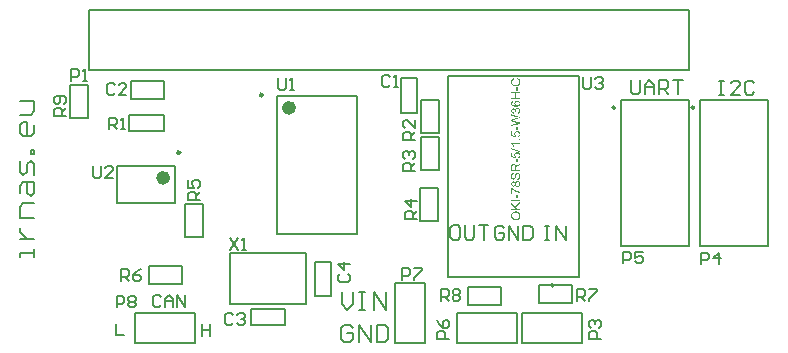
<source format=gto>
G04*
G04 #@! TF.GenerationSoftware,Altium Limited,Altium Designer,18.1.9 (240)*
G04*
G04 Layer_Color=65535*
%FSAX25Y25*%
%MOIN*%
G70*
G01*
G75*
%ADD10C,0.00984*%
%ADD11C,0.02362*%
%ADD12C,0.01000*%
%ADD13C,0.00394*%
%ADD14C,0.00787*%
%ADD15C,0.00709*%
G36*
X0565252Y0389427D02*
X0565279Y0389418D01*
X0565314Y0389405D01*
X0565353Y0389392D01*
X0565401Y0389374D01*
X0565454Y0389353D01*
X0565510Y0389326D01*
X0565633Y0389265D01*
X0565755Y0389187D01*
X0565816Y0389138D01*
X0565877Y0389090D01*
X0565930Y0389038D01*
X0565982Y0388977D01*
X0565987Y0388972D01*
X0565995Y0388964D01*
X0566004Y0388942D01*
X0566022Y0388920D01*
X0566044Y0388885D01*
X0566065Y0388850D01*
X0566087Y0388802D01*
X0566109Y0388754D01*
X0566135Y0388697D01*
X0566157Y0388636D01*
X0566179Y0388570D01*
X0566201Y0388500D01*
X0566218Y0388426D01*
X0566227Y0388348D01*
X0566236Y0388264D01*
X0566240Y0388177D01*
Y0388129D01*
X0566236Y0388094D01*
Y0388055D01*
X0566231Y0388007D01*
X0566223Y0387954D01*
X0566214Y0387893D01*
X0566192Y0387766D01*
X0566157Y0387635D01*
X0566109Y0387504D01*
X0566079Y0387443D01*
X0566044Y0387382D01*
X0566039Y0387377D01*
X0566035Y0387369D01*
X0566022Y0387351D01*
X0566004Y0387334D01*
X0565987Y0387307D01*
X0565961Y0387277D01*
X0565930Y0387242D01*
X0565895Y0387207D01*
X0565856Y0387172D01*
X0565816Y0387133D01*
X0565716Y0387054D01*
X0565598Y0386980D01*
X0565467Y0386914D01*
X0565462D01*
X0565449Y0386905D01*
X0565427Y0386901D01*
X0565401Y0386888D01*
X0565366Y0386879D01*
X0565322Y0386866D01*
X0565274Y0386849D01*
X0565222Y0386835D01*
X0565165Y0386822D01*
X0565100Y0386805D01*
X0564964Y0386783D01*
X0564811Y0386766D01*
X0564654Y0386757D01*
X0564649D01*
X0564632D01*
X0564606D01*
X0564575Y0386761D01*
X0564532D01*
X0564488Y0386766D01*
X0564431Y0386770D01*
X0564374Y0386779D01*
X0564247Y0386801D01*
X0564108Y0386831D01*
X0563968Y0386875D01*
X0563832Y0386936D01*
X0563828Y0386940D01*
X0563815Y0386945D01*
X0563797Y0386953D01*
X0563775Y0386971D01*
X0563745Y0386988D01*
X0563710Y0387010D01*
X0563631Y0387067D01*
X0563544Y0387141D01*
X0563456Y0387229D01*
X0563369Y0387329D01*
X0563295Y0387447D01*
X0563290Y0387452D01*
X0563286Y0387465D01*
X0563277Y0387482D01*
X0563264Y0387504D01*
X0563251Y0387539D01*
X0563238Y0387574D01*
X0563221Y0387618D01*
X0563203Y0387666D01*
X0563186Y0387718D01*
X0563168Y0387775D01*
X0563142Y0387897D01*
X0563120Y0388037D01*
X0563111Y0388181D01*
Y0388225D01*
X0563116Y0388256D01*
X0563120Y0388295D01*
X0563124Y0388343D01*
X0563129Y0388391D01*
X0563142Y0388448D01*
X0563168Y0388566D01*
X0563207Y0388697D01*
X0563234Y0388763D01*
X0563264Y0388824D01*
X0563304Y0388885D01*
X0563343Y0388946D01*
X0563347Y0388950D01*
X0563352Y0388959D01*
X0563365Y0388977D01*
X0563386Y0388999D01*
X0563408Y0389020D01*
X0563439Y0389051D01*
X0563474Y0389082D01*
X0563509Y0389117D01*
X0563553Y0389152D01*
X0563605Y0389187D01*
X0563658Y0389226D01*
X0563714Y0389261D01*
X0563780Y0389291D01*
X0563845Y0389326D01*
X0563915Y0389353D01*
X0563994Y0389379D01*
X0564086Y0388985D01*
X0564081D01*
X0564073Y0388981D01*
X0564055Y0388972D01*
X0564033Y0388964D01*
X0564007Y0388955D01*
X0563972Y0388942D01*
X0563902Y0388907D01*
X0563824Y0388863D01*
X0563745Y0388811D01*
X0563671Y0388745D01*
X0563605Y0388675D01*
X0563596Y0388667D01*
X0563579Y0388640D01*
X0563557Y0388597D01*
X0563526Y0388540D01*
X0563500Y0388465D01*
X0563474Y0388382D01*
X0563456Y0388282D01*
X0563452Y0388173D01*
Y0388138D01*
X0563456Y0388116D01*
Y0388085D01*
X0563461Y0388050D01*
X0563474Y0387967D01*
X0563491Y0387876D01*
X0563522Y0387779D01*
X0563566Y0387679D01*
X0563623Y0387587D01*
Y0387583D01*
X0563631Y0387578D01*
X0563653Y0387548D01*
X0563688Y0387508D01*
X0563740Y0387460D01*
X0563806Y0387403D01*
X0563880Y0387351D01*
X0563972Y0387303D01*
X0564073Y0387259D01*
X0564077D01*
X0564086Y0387255D01*
X0564099Y0387251D01*
X0564121Y0387246D01*
X0564147Y0387238D01*
X0564178Y0387229D01*
X0564252Y0387216D01*
X0564339Y0387198D01*
X0564435Y0387181D01*
X0564540Y0387172D01*
X0564654Y0387168D01*
X0564658D01*
X0564671D01*
X0564693D01*
X0564719D01*
X0564750Y0387172D01*
X0564789D01*
X0564833Y0387176D01*
X0564881Y0387181D01*
X0564986Y0387194D01*
X0565100Y0387216D01*
X0565213Y0387242D01*
X0565327Y0387277D01*
X0565331D01*
X0565340Y0387281D01*
X0565353Y0387290D01*
X0565375Y0387299D01*
X0565427Y0387325D01*
X0565488Y0387364D01*
X0565558Y0387412D01*
X0565633Y0387474D01*
X0565698Y0387543D01*
X0565760Y0387626D01*
Y0387631D01*
X0565764Y0387639D01*
X0565773Y0387653D01*
X0565781Y0387670D01*
X0565790Y0387692D01*
X0565803Y0387718D01*
X0565829Y0387779D01*
X0565856Y0387858D01*
X0565877Y0387945D01*
X0565895Y0388042D01*
X0565899Y0388142D01*
Y0388173D01*
X0565895Y0388199D01*
Y0388229D01*
X0565891Y0388260D01*
X0565873Y0388339D01*
X0565851Y0388431D01*
X0565816Y0388522D01*
X0565768Y0388618D01*
X0565742Y0388667D01*
X0565707Y0388710D01*
X0565703Y0388715D01*
X0565698Y0388719D01*
X0565685Y0388732D01*
X0565672Y0388750D01*
X0565650Y0388767D01*
X0565624Y0388789D01*
X0565598Y0388815D01*
X0565563Y0388837D01*
X0565523Y0388863D01*
X0565480Y0388894D01*
X0565436Y0388920D01*
X0565384Y0388946D01*
X0565327Y0388968D01*
X0565266Y0388990D01*
X0565200Y0389012D01*
X0565130Y0389029D01*
X0565231Y0389431D01*
X0565235D01*
X0565252Y0389427D01*
D02*
G37*
G36*
X0565279Y0385271D02*
X0564907D01*
Y0386420D01*
X0565279D01*
Y0385271D01*
D02*
G37*
G36*
X0566188Y0384397D02*
X0564763D01*
Y0382833D01*
X0566188D01*
Y0382431D01*
X0563164D01*
Y0382833D01*
X0564405D01*
Y0384397D01*
X0563164D01*
Y0384799D01*
X0566188D01*
Y0384397D01*
D02*
G37*
G36*
X0565283Y0381893D02*
X0565309D01*
X0565379Y0381880D01*
X0565462Y0381867D01*
X0565550Y0381845D01*
X0565646Y0381814D01*
X0565738Y0381771D01*
X0565742D01*
X0565746Y0381766D01*
X0565760Y0381757D01*
X0565777Y0381749D01*
X0565821Y0381723D01*
X0565877Y0381683D01*
X0565939Y0381635D01*
X0566000Y0381578D01*
X0566061Y0381508D01*
X0566113Y0381434D01*
Y0381430D01*
X0566118Y0381425D01*
X0566126Y0381412D01*
X0566131Y0381395D01*
X0566153Y0381351D01*
X0566175Y0381294D01*
X0566201Y0381220D01*
X0566218Y0381137D01*
X0566236Y0381045D01*
X0566240Y0380945D01*
Y0380923D01*
X0566236Y0380901D01*
Y0380866D01*
X0566231Y0380827D01*
X0566223Y0380783D01*
X0566210Y0380731D01*
X0566196Y0380678D01*
X0566179Y0380617D01*
X0566157Y0380556D01*
X0566131Y0380495D01*
X0566096Y0380429D01*
X0566057Y0380368D01*
X0566013Y0380307D01*
X0565961Y0380245D01*
X0565899Y0380189D01*
X0565895Y0380184D01*
X0565882Y0380176D01*
X0565864Y0380163D01*
X0565834Y0380145D01*
X0565794Y0380119D01*
X0565751Y0380097D01*
X0565694Y0380071D01*
X0565633Y0380045D01*
X0565558Y0380014D01*
X0565475Y0379988D01*
X0565384Y0379966D01*
X0565283Y0379944D01*
X0565169Y0379922D01*
X0565047Y0379909D01*
X0564916Y0379900D01*
X0564776Y0379896D01*
X0564772D01*
X0564768D01*
X0564754D01*
X0564737D01*
X0564693Y0379900D01*
X0564632D01*
X0564562Y0379905D01*
X0564479Y0379913D01*
X0564387Y0379922D01*
X0564287Y0379935D01*
X0564186Y0379953D01*
X0564077Y0379975D01*
X0563972Y0380001D01*
X0563867Y0380031D01*
X0563767Y0380071D01*
X0563671Y0380114D01*
X0563579Y0380163D01*
X0563500Y0380219D01*
X0563496Y0380224D01*
X0563487Y0380232D01*
X0563470Y0380250D01*
X0563443Y0380272D01*
X0563417Y0380298D01*
X0563391Y0380333D01*
X0563356Y0380377D01*
X0563325Y0380420D01*
X0563295Y0380473D01*
X0563260Y0380529D01*
X0563234Y0380595D01*
X0563203Y0380661D01*
X0563181Y0380735D01*
X0563164Y0380814D01*
X0563155Y0380897D01*
X0563151Y0380984D01*
Y0381019D01*
X0563155Y0381045D01*
Y0381076D01*
X0563159Y0381111D01*
X0563177Y0381194D01*
X0563199Y0381286D01*
X0563234Y0381382D01*
X0563286Y0381478D01*
X0563317Y0381526D01*
X0563352Y0381570D01*
X0563356Y0381574D01*
X0563360Y0381578D01*
X0563373Y0381591D01*
X0563386Y0381605D01*
X0563408Y0381626D01*
X0563435Y0381644D01*
X0563496Y0381692D01*
X0563575Y0381740D01*
X0563671Y0381784D01*
X0563780Y0381823D01*
X0563902Y0381849D01*
X0563933Y0381478D01*
X0563928D01*
X0563924Y0381473D01*
X0563898Y0381469D01*
X0563859Y0381456D01*
X0563810Y0381438D01*
X0563758Y0381421D01*
X0563706Y0381395D01*
X0563658Y0381364D01*
X0563618Y0381334D01*
X0563609Y0381325D01*
X0563592Y0381307D01*
X0563566Y0381277D01*
X0563535Y0381233D01*
X0563509Y0381176D01*
X0563483Y0381115D01*
X0563465Y0381041D01*
X0563456Y0380962D01*
Y0380932D01*
X0563461Y0380897D01*
X0563470Y0380857D01*
X0563483Y0380805D01*
X0563500Y0380752D01*
X0563522Y0380700D01*
X0563557Y0380647D01*
X0563561Y0380639D01*
X0563579Y0380617D01*
X0563609Y0380586D01*
X0563653Y0380547D01*
X0563706Y0380503D01*
X0563767Y0380455D01*
X0563845Y0380412D01*
X0563933Y0380368D01*
X0563937D01*
X0563946Y0380363D01*
X0563959Y0380359D01*
X0563976Y0380350D01*
X0564003Y0380346D01*
X0564033Y0380337D01*
X0564068Y0380328D01*
X0564112Y0380320D01*
X0564160Y0380307D01*
X0564213Y0380298D01*
X0564269Y0380289D01*
X0564330Y0380285D01*
X0564400Y0380276D01*
X0564470Y0380272D01*
X0564549Y0380267D01*
X0564628D01*
X0564623Y0380272D01*
X0564597Y0380289D01*
X0564562Y0380320D01*
X0564518Y0380359D01*
X0564466Y0380403D01*
X0564418Y0380460D01*
X0564370Y0380521D01*
X0564326Y0380591D01*
Y0380595D01*
X0564322Y0380599D01*
X0564309Y0380626D01*
X0564295Y0380665D01*
X0564274Y0380717D01*
X0564256Y0380779D01*
X0564243Y0380849D01*
X0564230Y0380923D01*
X0564226Y0381001D01*
Y0381036D01*
X0564230Y0381063D01*
X0564234Y0381098D01*
X0564239Y0381133D01*
X0564247Y0381176D01*
X0564260Y0381220D01*
X0564291Y0381321D01*
X0564313Y0381373D01*
X0564344Y0381425D01*
X0564374Y0381478D01*
X0564409Y0381535D01*
X0564453Y0381587D01*
X0564501Y0381635D01*
X0564505Y0381640D01*
X0564514Y0381648D01*
X0564527Y0381661D01*
X0564549Y0381675D01*
X0564580Y0381696D01*
X0564610Y0381718D01*
X0564649Y0381740D01*
X0564693Y0381766D01*
X0564741Y0381792D01*
X0564794Y0381814D01*
X0564855Y0381836D01*
X0564916Y0381858D01*
X0564982Y0381871D01*
X0565056Y0381884D01*
X0565130Y0381893D01*
X0565209Y0381897D01*
X0565213D01*
X0565222D01*
X0565235D01*
X0565257D01*
X0565283Y0381893D01*
D02*
G37*
G36*
X0565362Y0379542D02*
X0565397Y0379538D01*
X0565436Y0379529D01*
X0565480Y0379520D01*
X0565528Y0379511D01*
X0565633Y0379476D01*
X0565690Y0379450D01*
X0565742Y0379424D01*
X0565799Y0379389D01*
X0565856Y0379350D01*
X0565912Y0379306D01*
X0565965Y0379254D01*
X0565969Y0379249D01*
X0565978Y0379240D01*
X0565991Y0379223D01*
X0566009Y0379201D01*
X0566030Y0379175D01*
X0566052Y0379140D01*
X0566079Y0379101D01*
X0566100Y0379052D01*
X0566126Y0379004D01*
X0566153Y0378948D01*
X0566175Y0378891D01*
X0566196Y0378825D01*
X0566214Y0378755D01*
X0566227Y0378681D01*
X0566236Y0378607D01*
X0566240Y0378524D01*
Y0378484D01*
X0566236Y0378458D01*
X0566231Y0378423D01*
X0566227Y0378384D01*
X0566218Y0378340D01*
X0566210Y0378292D01*
X0566183Y0378187D01*
X0566140Y0378078D01*
X0566113Y0378021D01*
X0566083Y0377969D01*
X0566044Y0377916D01*
X0566004Y0377864D01*
X0566000Y0377859D01*
X0565991Y0377851D01*
X0565978Y0377838D01*
X0565961Y0377824D01*
X0565939Y0377803D01*
X0565908Y0377781D01*
X0565877Y0377755D01*
X0565838Y0377728D01*
X0565794Y0377702D01*
X0565751Y0377676D01*
X0565646Y0377628D01*
X0565523Y0377589D01*
X0565458Y0377575D01*
X0565388Y0377567D01*
X0565340Y0377938D01*
X0565344D01*
X0565353Y0377942D01*
X0565371Y0377947D01*
X0565392Y0377951D01*
X0565419Y0377956D01*
X0565449Y0377964D01*
X0565515Y0377986D01*
X0565593Y0378017D01*
X0565668Y0378056D01*
X0565738Y0378100D01*
X0565799Y0378152D01*
X0565803Y0378161D01*
X0565821Y0378179D01*
X0565842Y0378213D01*
X0565864Y0378257D01*
X0565891Y0378310D01*
X0565912Y0378375D01*
X0565930Y0378449D01*
X0565934Y0378528D01*
Y0378554D01*
X0565930Y0378572D01*
X0565926Y0378620D01*
X0565912Y0378681D01*
X0565891Y0378751D01*
X0565860Y0378825D01*
X0565816Y0378900D01*
X0565755Y0378970D01*
X0565746Y0378978D01*
X0565720Y0379000D01*
X0565681Y0379026D01*
X0565628Y0379061D01*
X0565563Y0379096D01*
X0565488Y0379122D01*
X0565401Y0379144D01*
X0565305Y0379153D01*
X0565301D01*
X0565292D01*
X0565279D01*
X0565261Y0379149D01*
X0565213Y0379144D01*
X0565156Y0379131D01*
X0565087Y0379114D01*
X0565017Y0379083D01*
X0564947Y0379039D01*
X0564881Y0378983D01*
X0564872Y0378974D01*
X0564855Y0378952D01*
X0564829Y0378917D01*
X0564798Y0378869D01*
X0564768Y0378808D01*
X0564741Y0378733D01*
X0564724Y0378650D01*
X0564715Y0378559D01*
Y0378519D01*
X0564719Y0378489D01*
X0564724Y0378449D01*
X0564733Y0378406D01*
X0564741Y0378353D01*
X0564754Y0378296D01*
X0564427Y0378340D01*
Y0378362D01*
X0564431Y0378380D01*
Y0378436D01*
X0564422Y0378484D01*
X0564413Y0378541D01*
X0564400Y0378607D01*
X0564378Y0378681D01*
X0564348Y0378751D01*
X0564309Y0378825D01*
Y0378830D01*
X0564304Y0378834D01*
X0564287Y0378856D01*
X0564256Y0378886D01*
X0564217Y0378921D01*
X0564160Y0378956D01*
X0564094Y0378987D01*
X0564020Y0379009D01*
X0563976Y0379017D01*
X0563928D01*
X0563924D01*
X0563920D01*
X0563894D01*
X0563859Y0379009D01*
X0563810Y0379000D01*
X0563758Y0378983D01*
X0563701Y0378961D01*
X0563644Y0378926D01*
X0563592Y0378878D01*
X0563588Y0378873D01*
X0563570Y0378852D01*
X0563548Y0378821D01*
X0563522Y0378782D01*
X0563500Y0378729D01*
X0563478Y0378668D01*
X0563461Y0378598D01*
X0563456Y0378519D01*
Y0378484D01*
X0563465Y0378445D01*
X0563474Y0378393D01*
X0563491Y0378336D01*
X0563513Y0378279D01*
X0563548Y0378218D01*
X0563592Y0378161D01*
X0563596Y0378157D01*
X0563618Y0378139D01*
X0563649Y0378113D01*
X0563693Y0378082D01*
X0563749Y0378052D01*
X0563819Y0378021D01*
X0563902Y0377995D01*
X0563998Y0377977D01*
X0563933Y0377606D01*
X0563928D01*
X0563915Y0377610D01*
X0563898Y0377615D01*
X0563872Y0377619D01*
X0563841Y0377628D01*
X0563806Y0377641D01*
X0563723Y0377667D01*
X0563627Y0377711D01*
X0563531Y0377763D01*
X0563439Y0377829D01*
X0563356Y0377912D01*
X0563352Y0377916D01*
X0563347Y0377925D01*
X0563339Y0377938D01*
X0563325Y0377956D01*
X0563308Y0377977D01*
X0563290Y0378008D01*
X0563273Y0378039D01*
X0563251Y0378078D01*
X0563216Y0378165D01*
X0563181Y0378266D01*
X0563159Y0378384D01*
X0563151Y0378445D01*
Y0378554D01*
X0563155Y0378602D01*
X0563164Y0378659D01*
X0563177Y0378729D01*
X0563199Y0378808D01*
X0563225Y0378886D01*
X0563260Y0378965D01*
Y0378970D01*
X0563264Y0378974D01*
X0563277Y0379000D01*
X0563304Y0379039D01*
X0563334Y0379083D01*
X0563378Y0379135D01*
X0563426Y0379188D01*
X0563483Y0379240D01*
X0563548Y0379284D01*
X0563557Y0379289D01*
X0563579Y0379302D01*
X0563618Y0379319D01*
X0563666Y0379341D01*
X0563723Y0379363D01*
X0563789Y0379380D01*
X0563863Y0379393D01*
X0563937Y0379398D01*
X0563946D01*
X0563972D01*
X0564007Y0379393D01*
X0564055Y0379385D01*
X0564112Y0379372D01*
X0564173Y0379350D01*
X0564234Y0379323D01*
X0564295Y0379289D01*
X0564304Y0379284D01*
X0564322Y0379271D01*
X0564352Y0379245D01*
X0564387Y0379210D01*
X0564427Y0379166D01*
X0564470Y0379114D01*
X0564510Y0379052D01*
X0564549Y0378978D01*
Y0378983D01*
X0564553Y0378991D01*
X0564558Y0379004D01*
X0564562Y0379022D01*
X0564580Y0379070D01*
X0564606Y0379131D01*
X0564641Y0379201D01*
X0564684Y0379271D01*
X0564741Y0379337D01*
X0564807Y0379398D01*
X0564816Y0379402D01*
X0564842Y0379420D01*
X0564886Y0379446D01*
X0564942Y0379472D01*
X0565012Y0379498D01*
X0565095Y0379524D01*
X0565191Y0379542D01*
X0565296Y0379546D01*
X0565301D01*
X0565314D01*
X0565336D01*
X0565362Y0379542D01*
D02*
G37*
G36*
X0566188Y0376509D02*
Y0376116D01*
X0563885Y0375482D01*
X0563880D01*
X0563872Y0375478D01*
X0563859Y0375473D01*
X0563837Y0375469D01*
X0563789Y0375456D01*
X0563732Y0375443D01*
X0563671Y0375425D01*
X0563614Y0375408D01*
X0563566Y0375395D01*
X0563544Y0375390D01*
X0563531Y0375386D01*
X0563535D01*
X0563540Y0375382D01*
X0563566Y0375377D01*
X0563605Y0375369D01*
X0563653Y0375356D01*
X0563706Y0375342D01*
X0563767Y0375325D01*
X0563828Y0375312D01*
X0563885Y0375294D01*
X0566188Y0374656D01*
Y0374237D01*
X0563164Y0373446D01*
Y0373861D01*
X0565148Y0374311D01*
X0565152D01*
X0565161Y0374315D01*
X0565178Y0374320D01*
X0565200Y0374324D01*
X0565231Y0374328D01*
X0565261Y0374337D01*
X0565301Y0374346D01*
X0565344Y0374355D01*
X0565436Y0374377D01*
X0565541Y0374398D01*
X0565655Y0374420D01*
X0565768Y0374442D01*
X0565764D01*
X0565746Y0374447D01*
X0565725Y0374455D01*
X0565690Y0374460D01*
X0565655Y0374468D01*
X0565611Y0374482D01*
X0565515Y0374503D01*
X0565419Y0374530D01*
X0565371Y0374538D01*
X0565327Y0374551D01*
X0565287Y0374560D01*
X0565252Y0374569D01*
X0565226Y0374578D01*
X0565209Y0374582D01*
X0563164Y0375154D01*
Y0375640D01*
X0564698Y0376068D01*
X0564702D01*
X0564724Y0376077D01*
X0564754Y0376085D01*
X0564794Y0376094D01*
X0564846Y0376107D01*
X0564903Y0376125D01*
X0564968Y0376142D01*
X0565043Y0376160D01*
X0565126Y0376181D01*
X0565209Y0376199D01*
X0565388Y0376238D01*
X0565576Y0376277D01*
X0565768Y0376308D01*
X0565764D01*
X0565755Y0376312D01*
X0565738D01*
X0565716Y0376321D01*
X0565690Y0376326D01*
X0565659Y0376334D01*
X0565620Y0376339D01*
X0565576Y0376352D01*
X0565480Y0376374D01*
X0565366Y0376400D01*
X0565244Y0376426D01*
X0565108Y0376461D01*
X0563164Y0376933D01*
Y0377339D01*
X0566188Y0376509D01*
D02*
G37*
G36*
X0565279Y0372122D02*
X0564907D01*
Y0373271D01*
X0565279D01*
Y0372122D01*
D02*
G37*
G36*
X0565235Y0371816D02*
X0565270Y0371811D01*
X0565309Y0371807D01*
X0565357Y0371798D01*
X0565406Y0371790D01*
X0565519Y0371763D01*
X0565637Y0371720D01*
X0565698Y0371693D01*
X0565755Y0371658D01*
X0565816Y0371623D01*
X0565873Y0371580D01*
X0565877Y0371575D01*
X0565891Y0371567D01*
X0565908Y0371549D01*
X0565930Y0371527D01*
X0565956Y0371497D01*
X0565991Y0371462D01*
X0566022Y0371418D01*
X0566057Y0371370D01*
X0566092Y0371318D01*
X0566122Y0371256D01*
X0566153Y0371191D01*
X0566183Y0371121D01*
X0566205Y0371047D01*
X0566223Y0370964D01*
X0566236Y0370876D01*
X0566240Y0370784D01*
Y0370745D01*
X0566236Y0370714D01*
X0566231Y0370680D01*
X0566227Y0370640D01*
X0566223Y0370592D01*
X0566210Y0370544D01*
X0566183Y0370435D01*
X0566144Y0370326D01*
X0566118Y0370269D01*
X0566087Y0370212D01*
X0566052Y0370160D01*
X0566013Y0370107D01*
X0566009Y0370103D01*
X0566004Y0370094D01*
X0565987Y0370085D01*
X0565969Y0370068D01*
X0565947Y0370046D01*
X0565921Y0370024D01*
X0565886Y0369998D01*
X0565847Y0369976D01*
X0565807Y0369950D01*
X0565760Y0369923D01*
X0565655Y0369876D01*
X0565532Y0369836D01*
X0565467Y0369823D01*
X0565397Y0369814D01*
X0565366Y0370203D01*
X0565371D01*
X0565379D01*
X0565392Y0370208D01*
X0565414Y0370212D01*
X0565462Y0370225D01*
X0565528Y0370243D01*
X0565593Y0370269D01*
X0565668Y0370304D01*
X0565733Y0370347D01*
X0565794Y0370400D01*
X0565799Y0370409D01*
X0565816Y0370426D01*
X0565838Y0370461D01*
X0565864Y0370509D01*
X0565891Y0370562D01*
X0565912Y0370627D01*
X0565930Y0370701D01*
X0565934Y0370784D01*
Y0370811D01*
X0565930Y0370828D01*
X0565926Y0370881D01*
X0565908Y0370942D01*
X0565886Y0371016D01*
X0565851Y0371090D01*
X0565799Y0371169D01*
X0565768Y0371204D01*
X0565733Y0371239D01*
X0565729Y0371243D01*
X0565725Y0371248D01*
X0565711Y0371256D01*
X0565698Y0371269D01*
X0565650Y0371300D01*
X0565589Y0371335D01*
X0565515Y0371366D01*
X0565423Y0371396D01*
X0565314Y0371418D01*
X0565257Y0371427D01*
X0565196D01*
X0565191D01*
X0565183D01*
X0565165D01*
X0565143Y0371423D01*
X0565117D01*
X0565087Y0371418D01*
X0565017Y0371405D01*
X0564933Y0371383D01*
X0564851Y0371353D01*
X0564772Y0371309D01*
X0564698Y0371248D01*
X0564693D01*
X0564689Y0371239D01*
X0564667Y0371217D01*
X0564636Y0371178D01*
X0564601Y0371125D01*
X0564571Y0371055D01*
X0564540Y0370977D01*
X0564518Y0370885D01*
X0564510Y0370832D01*
Y0370749D01*
X0564514Y0370714D01*
X0564518Y0370671D01*
X0564532Y0370618D01*
X0564545Y0370566D01*
X0564566Y0370509D01*
X0564593Y0370452D01*
X0564597Y0370448D01*
X0564606Y0370430D01*
X0564628Y0370404D01*
X0564649Y0370369D01*
X0564680Y0370334D01*
X0564719Y0370299D01*
X0564759Y0370260D01*
X0564807Y0370229D01*
X0564759Y0369880D01*
X0563203Y0370173D01*
Y0371676D01*
X0563557D01*
Y0370465D01*
X0564374Y0370304D01*
X0564370Y0370308D01*
X0564365Y0370317D01*
X0564357Y0370330D01*
X0564344Y0370352D01*
X0564330Y0370378D01*
X0564313Y0370409D01*
X0564278Y0370479D01*
X0564243Y0370566D01*
X0564213Y0370662D01*
X0564191Y0370767D01*
X0564182Y0370819D01*
Y0370916D01*
X0564186Y0370942D01*
X0564191Y0370977D01*
X0564195Y0371016D01*
X0564204Y0371060D01*
X0564217Y0371108D01*
X0564247Y0371213D01*
X0564269Y0371269D01*
X0564300Y0371326D01*
X0564330Y0371383D01*
X0564365Y0371440D01*
X0564409Y0371492D01*
X0564457Y0371545D01*
X0564462Y0371549D01*
X0564470Y0371558D01*
X0564483Y0371571D01*
X0564505Y0371588D01*
X0564536Y0371610D01*
X0564566Y0371632D01*
X0564606Y0371658D01*
X0564649Y0371685D01*
X0564698Y0371707D01*
X0564750Y0371733D01*
X0564811Y0371755D01*
X0564872Y0371776D01*
X0564938Y0371794D01*
X0565012Y0371807D01*
X0565087Y0371816D01*
X0565165Y0371820D01*
X0565169D01*
X0565183D01*
X0565204D01*
X0565235Y0371816D01*
D02*
G37*
G36*
X0566188Y0368848D02*
X0565764D01*
Y0369272D01*
X0566188D01*
Y0368848D01*
D02*
G37*
G36*
Y0367315D02*
X0563824D01*
X0563828Y0367310D01*
X0563845Y0367288D01*
X0563872Y0367262D01*
X0563902Y0367218D01*
X0563941Y0367170D01*
X0563985Y0367109D01*
X0564033Y0367039D01*
X0564081Y0366961D01*
Y0366956D01*
X0564086Y0366952D01*
X0564103Y0366926D01*
X0564125Y0366882D01*
X0564151Y0366830D01*
X0564182Y0366768D01*
X0564213Y0366703D01*
X0564243Y0366637D01*
X0564269Y0366572D01*
X0563911D01*
Y0366576D01*
X0563902Y0366585D01*
X0563898Y0366602D01*
X0563885Y0366624D01*
X0563872Y0366650D01*
X0563854Y0366681D01*
X0563810Y0366755D01*
X0563762Y0366843D01*
X0563701Y0366930D01*
X0563631Y0367022D01*
X0563557Y0367114D01*
X0563553Y0367118D01*
X0563548Y0367122D01*
X0563535Y0367136D01*
X0563522Y0367153D01*
X0563478Y0367192D01*
X0563426Y0367245D01*
X0563365Y0367297D01*
X0563295Y0367354D01*
X0563225Y0367402D01*
X0563151Y0367446D01*
Y0367686D01*
X0566188D01*
Y0367315D01*
D02*
G37*
G36*
X0566240Y0365234D02*
Y0364937D01*
X0563111Y0365816D01*
Y0366113D01*
X0566240Y0365234D01*
D02*
G37*
G36*
X0565235Y0364763D02*
X0565270Y0364758D01*
X0565309Y0364754D01*
X0565357Y0364745D01*
X0565406Y0364736D01*
X0565519Y0364710D01*
X0565637Y0364666D01*
X0565698Y0364640D01*
X0565755Y0364605D01*
X0565816Y0364570D01*
X0565873Y0364527D01*
X0565877Y0364522D01*
X0565891Y0364513D01*
X0565908Y0364496D01*
X0565930Y0364474D01*
X0565956Y0364444D01*
X0565991Y0364409D01*
X0566022Y0364365D01*
X0566057Y0364317D01*
X0566092Y0364264D01*
X0566122Y0364203D01*
X0566153Y0364138D01*
X0566183Y0364068D01*
X0566205Y0363994D01*
X0566223Y0363910D01*
X0566236Y0363823D01*
X0566240Y0363731D01*
Y0363692D01*
X0566236Y0363661D01*
X0566231Y0363626D01*
X0566227Y0363587D01*
X0566223Y0363539D01*
X0566210Y0363491D01*
X0566183Y0363382D01*
X0566144Y0363272D01*
X0566118Y0363216D01*
X0566087Y0363159D01*
X0566052Y0363106D01*
X0566013Y0363054D01*
X0566009Y0363050D01*
X0566004Y0363041D01*
X0565987Y0363032D01*
X0565969Y0363015D01*
X0565947Y0362993D01*
X0565921Y0362971D01*
X0565886Y0362945D01*
X0565847Y0362923D01*
X0565807Y0362897D01*
X0565760Y0362870D01*
X0565655Y0362822D01*
X0565532Y0362783D01*
X0565467Y0362770D01*
X0565397Y0362761D01*
X0565366Y0363150D01*
X0565371D01*
X0565379D01*
X0565392Y0363154D01*
X0565414Y0363159D01*
X0565462Y0363172D01*
X0565528Y0363189D01*
X0565593Y0363216D01*
X0565668Y0363251D01*
X0565733Y0363294D01*
X0565794Y0363347D01*
X0565799Y0363355D01*
X0565816Y0363373D01*
X0565838Y0363408D01*
X0565864Y0363456D01*
X0565891Y0363508D01*
X0565912Y0363574D01*
X0565930Y0363648D01*
X0565934Y0363731D01*
Y0363757D01*
X0565930Y0363775D01*
X0565926Y0363827D01*
X0565908Y0363889D01*
X0565886Y0363963D01*
X0565851Y0364037D01*
X0565799Y0364116D01*
X0565768Y0364151D01*
X0565733Y0364186D01*
X0565729Y0364190D01*
X0565725Y0364194D01*
X0565711Y0364203D01*
X0565698Y0364216D01*
X0565650Y0364247D01*
X0565589Y0364282D01*
X0565515Y0364313D01*
X0565423Y0364343D01*
X0565314Y0364365D01*
X0565257Y0364374D01*
X0565196D01*
X0565191D01*
X0565183D01*
X0565165D01*
X0565143Y0364369D01*
X0565117D01*
X0565087Y0364365D01*
X0565017Y0364352D01*
X0564933Y0364330D01*
X0564851Y0364299D01*
X0564772Y0364256D01*
X0564698Y0364194D01*
X0564693D01*
X0564689Y0364186D01*
X0564667Y0364164D01*
X0564636Y0364125D01*
X0564601Y0364072D01*
X0564571Y0364002D01*
X0564540Y0363924D01*
X0564518Y0363832D01*
X0564510Y0363779D01*
Y0363696D01*
X0564514Y0363661D01*
X0564518Y0363618D01*
X0564532Y0363565D01*
X0564545Y0363513D01*
X0564566Y0363456D01*
X0564593Y0363399D01*
X0564597Y0363395D01*
X0564606Y0363377D01*
X0564628Y0363351D01*
X0564649Y0363316D01*
X0564680Y0363281D01*
X0564719Y0363246D01*
X0564759Y0363207D01*
X0564807Y0363176D01*
X0564759Y0362827D01*
X0563203Y0363120D01*
Y0364623D01*
X0563557D01*
Y0363412D01*
X0564374Y0363251D01*
X0564370Y0363255D01*
X0564365Y0363264D01*
X0564357Y0363277D01*
X0564344Y0363299D01*
X0564330Y0363325D01*
X0564313Y0363355D01*
X0564278Y0363425D01*
X0564243Y0363513D01*
X0564213Y0363609D01*
X0564191Y0363714D01*
X0564182Y0363766D01*
Y0363862D01*
X0564186Y0363889D01*
X0564191Y0363924D01*
X0564195Y0363963D01*
X0564204Y0364007D01*
X0564217Y0364055D01*
X0564247Y0364159D01*
X0564269Y0364216D01*
X0564300Y0364273D01*
X0564330Y0364330D01*
X0564365Y0364387D01*
X0564409Y0364439D01*
X0564457Y0364492D01*
X0564462Y0364496D01*
X0564470Y0364505D01*
X0564483Y0364518D01*
X0564505Y0364535D01*
X0564536Y0364557D01*
X0564566Y0364579D01*
X0564606Y0364605D01*
X0564649Y0364632D01*
X0564698Y0364653D01*
X0564750Y0364680D01*
X0564811Y0364701D01*
X0564872Y0364723D01*
X0564938Y0364741D01*
X0565012Y0364754D01*
X0565087Y0364763D01*
X0565165Y0364767D01*
X0565169D01*
X0565183D01*
X0565204D01*
X0565235Y0364763D01*
D02*
G37*
G36*
X0565279Y0361310D02*
X0564907D01*
Y0362460D01*
X0565279D01*
Y0361310D01*
D02*
G37*
G36*
X0566188Y0360620D02*
X0565558Y0360222D01*
X0565554D01*
X0565545Y0360213D01*
X0565532Y0360205D01*
X0565515Y0360192D01*
X0565467Y0360161D01*
X0565406Y0360122D01*
X0565340Y0360074D01*
X0565270Y0360026D01*
X0565204Y0359977D01*
X0565143Y0359934D01*
X0565139Y0359929D01*
X0565121Y0359916D01*
X0565095Y0359894D01*
X0565065Y0359864D01*
X0564999Y0359798D01*
X0564968Y0359763D01*
X0564942Y0359728D01*
X0564938Y0359724D01*
X0564933Y0359715D01*
X0564925Y0359698D01*
X0564912Y0359671D01*
X0564899Y0359645D01*
X0564886Y0359615D01*
X0564864Y0359545D01*
Y0359540D01*
X0564859Y0359532D01*
Y0359514D01*
X0564855Y0359492D01*
X0564851Y0359462D01*
Y0359427D01*
X0564846Y0359379D01*
Y0358863D01*
X0566188D01*
Y0358461D01*
X0563164D01*
Y0359864D01*
X0563168Y0359899D01*
Y0359938D01*
X0563172Y0360030D01*
X0563186Y0360126D01*
X0563199Y0360231D01*
X0563221Y0360327D01*
X0563234Y0360375D01*
X0563247Y0360414D01*
Y0360419D01*
X0563251Y0360423D01*
X0563264Y0360449D01*
X0563282Y0360489D01*
X0563312Y0360537D01*
X0563352Y0360589D01*
X0563404Y0360646D01*
X0563465Y0360699D01*
X0563535Y0360751D01*
X0563540D01*
X0563544Y0360755D01*
X0563570Y0360773D01*
X0563614Y0360790D01*
X0563671Y0360817D01*
X0563736Y0360838D01*
X0563815Y0360860D01*
X0563898Y0360873D01*
X0563990Y0360878D01*
X0563994D01*
X0564003D01*
X0564020D01*
X0564042Y0360873D01*
X0564073D01*
X0564103Y0360869D01*
X0564178Y0360851D01*
X0564265Y0360825D01*
X0564357Y0360790D01*
X0564448Y0360738D01*
X0564492Y0360703D01*
X0564536Y0360668D01*
X0564540Y0360664D01*
X0564545Y0360659D01*
X0564558Y0360646D01*
X0564571Y0360629D01*
X0564588Y0360607D01*
X0564606Y0360580D01*
X0564628Y0360545D01*
X0564654Y0360511D01*
X0564676Y0360467D01*
X0564698Y0360419D01*
X0564724Y0360366D01*
X0564746Y0360310D01*
X0564763Y0360244D01*
X0564785Y0360178D01*
X0564798Y0360104D01*
X0564811Y0360026D01*
X0564816Y0360034D01*
X0564824Y0360052D01*
X0564842Y0360078D01*
X0564859Y0360113D01*
X0564907Y0360192D01*
X0564938Y0360231D01*
X0564964Y0360266D01*
X0564973Y0360275D01*
X0564995Y0360296D01*
X0565030Y0360331D01*
X0565073Y0360375D01*
X0565135Y0360423D01*
X0565200Y0360480D01*
X0565279Y0360537D01*
X0565366Y0360598D01*
X0566188Y0361118D01*
Y0360620D01*
D02*
G37*
G36*
X0565427Y0357897D02*
X0565488Y0357889D01*
X0565558Y0357871D01*
X0565633Y0357849D01*
X0565711Y0357814D01*
X0565794Y0357766D01*
X0565799D01*
X0565803Y0357762D01*
X0565829Y0357740D01*
X0565869Y0357709D01*
X0565912Y0357666D01*
X0565965Y0357609D01*
X0566022Y0357539D01*
X0566074Y0357460D01*
X0566122Y0357368D01*
Y0357364D01*
X0566126Y0357355D01*
X0566131Y0357342D01*
X0566140Y0357325D01*
X0566148Y0357299D01*
X0566161Y0357268D01*
X0566179Y0357198D01*
X0566201Y0357115D01*
X0566223Y0357015D01*
X0566236Y0356905D01*
X0566240Y0356787D01*
Y0356717D01*
X0566236Y0356682D01*
Y0356643D01*
X0566231Y0356599D01*
X0566227Y0356547D01*
X0566210Y0356438D01*
X0566192Y0356324D01*
X0566161Y0356210D01*
X0566122Y0356101D01*
Y0356097D01*
X0566118Y0356088D01*
X0566109Y0356075D01*
X0566100Y0356058D01*
X0566074Y0356005D01*
X0566035Y0355944D01*
X0565982Y0355874D01*
X0565921Y0355800D01*
X0565847Y0355730D01*
X0565764Y0355664D01*
X0565760D01*
X0565751Y0355656D01*
X0565738Y0355651D01*
X0565720Y0355638D01*
X0565698Y0355629D01*
X0565672Y0355616D01*
X0565606Y0355586D01*
X0565523Y0355555D01*
X0565432Y0355529D01*
X0565327Y0355511D01*
X0565218Y0355503D01*
X0565183Y0355878D01*
X0565187D01*
X0565191D01*
X0565204Y0355883D01*
X0565222D01*
X0565261Y0355891D01*
X0565318Y0355905D01*
X0565375Y0355922D01*
X0565440Y0355940D01*
X0565502Y0355970D01*
X0565558Y0356001D01*
X0565563Y0356005D01*
X0565580Y0356018D01*
X0565611Y0356040D01*
X0565641Y0356075D01*
X0565681Y0356119D01*
X0565720Y0356167D01*
X0565760Y0356232D01*
X0565794Y0356302D01*
Y0356307D01*
X0565799Y0356311D01*
X0565803Y0356324D01*
X0565807Y0356337D01*
X0565821Y0356381D01*
X0565838Y0356438D01*
X0565856Y0356508D01*
X0565869Y0356586D01*
X0565877Y0356674D01*
X0565882Y0356770D01*
Y0356809D01*
X0565877Y0356853D01*
X0565873Y0356905D01*
X0565864Y0356966D01*
X0565856Y0357036D01*
X0565838Y0357106D01*
X0565816Y0357172D01*
X0565812Y0357181D01*
X0565803Y0357203D01*
X0565786Y0357233D01*
X0565768Y0357272D01*
X0565738Y0357312D01*
X0565707Y0357355D01*
X0565672Y0357399D01*
X0565628Y0357434D01*
X0565624Y0357438D01*
X0565606Y0357447D01*
X0565585Y0357460D01*
X0565550Y0357478D01*
X0565515Y0357495D01*
X0565471Y0357508D01*
X0565423Y0357517D01*
X0565371Y0357522D01*
X0565366D01*
X0565344D01*
X0565318Y0357517D01*
X0565283Y0357513D01*
X0565248Y0357500D01*
X0565204Y0357487D01*
X0565161Y0357465D01*
X0565121Y0357434D01*
X0565117Y0357430D01*
X0565104Y0357417D01*
X0565087Y0357399D01*
X0565060Y0357368D01*
X0565034Y0357334D01*
X0565003Y0357285D01*
X0564973Y0357229D01*
X0564947Y0357163D01*
X0564942Y0357159D01*
X0564938Y0357137D01*
X0564925Y0357102D01*
X0564920Y0357080D01*
X0564912Y0357049D01*
X0564899Y0357019D01*
X0564890Y0356980D01*
X0564877Y0356936D01*
X0564864Y0356884D01*
X0564851Y0356831D01*
X0564833Y0356770D01*
X0564816Y0356700D01*
X0564798Y0356626D01*
Y0356621D01*
X0564794Y0356608D01*
X0564789Y0356586D01*
X0564781Y0356560D01*
X0564772Y0356525D01*
X0564763Y0356486D01*
X0564737Y0356398D01*
X0564706Y0356302D01*
X0564676Y0356202D01*
X0564645Y0356114D01*
X0564628Y0356075D01*
X0564610Y0356040D01*
Y0356036D01*
X0564606Y0356031D01*
X0564588Y0356005D01*
X0564566Y0355966D01*
X0564532Y0355922D01*
X0564492Y0355870D01*
X0564444Y0355817D01*
X0564387Y0355765D01*
X0564326Y0355721D01*
X0564317Y0355717D01*
X0564295Y0355704D01*
X0564260Y0355686D01*
X0564217Y0355669D01*
X0564160Y0355651D01*
X0564094Y0355634D01*
X0564025Y0355621D01*
X0563950Y0355616D01*
X0563946D01*
X0563941D01*
X0563928D01*
X0563911D01*
X0563867Y0355625D01*
X0563810Y0355634D01*
X0563745Y0355647D01*
X0563671Y0355669D01*
X0563596Y0355699D01*
X0563522Y0355743D01*
X0563518D01*
X0563513Y0355747D01*
X0563487Y0355769D01*
X0563452Y0355800D01*
X0563408Y0355839D01*
X0563360Y0355891D01*
X0563308Y0355957D01*
X0563260Y0356036D01*
X0563216Y0356123D01*
Y0356128D01*
X0563212Y0356136D01*
X0563207Y0356149D01*
X0563199Y0356167D01*
X0563190Y0356189D01*
X0563181Y0356219D01*
X0563164Y0356285D01*
X0563146Y0356368D01*
X0563129Y0356464D01*
X0563116Y0356564D01*
X0563111Y0356678D01*
Y0356735D01*
X0563116Y0356766D01*
Y0356796D01*
X0563124Y0356879D01*
X0563137Y0356971D01*
X0563159Y0357067D01*
X0563186Y0357172D01*
X0563221Y0357268D01*
Y0357272D01*
X0563225Y0357281D01*
X0563234Y0357294D01*
X0563242Y0357312D01*
X0563264Y0357355D01*
X0563304Y0357412D01*
X0563347Y0357478D01*
X0563404Y0357543D01*
X0563470Y0357605D01*
X0563544Y0357661D01*
X0563548D01*
X0563553Y0357666D01*
X0563566Y0357674D01*
X0563579Y0357683D01*
X0563623Y0357705D01*
X0563679Y0357731D01*
X0563749Y0357762D01*
X0563832Y0357784D01*
X0563920Y0357805D01*
X0564016Y0357814D01*
X0564046Y0357430D01*
X0564042D01*
X0564033D01*
X0564020Y0357425D01*
X0563998Y0357421D01*
X0563950Y0357408D01*
X0563885Y0357390D01*
X0563815Y0357364D01*
X0563745Y0357325D01*
X0563679Y0357277D01*
X0563618Y0357216D01*
X0563614Y0357207D01*
X0563596Y0357185D01*
X0563570Y0357141D01*
X0563544Y0357084D01*
X0563518Y0357010D01*
X0563491Y0356923D01*
X0563474Y0356814D01*
X0563470Y0356691D01*
Y0356630D01*
X0563474Y0356604D01*
X0563478Y0356569D01*
X0563487Y0356490D01*
X0563505Y0356403D01*
X0563526Y0356315D01*
X0563561Y0356232D01*
X0563583Y0356197D01*
X0563605Y0356162D01*
X0563609Y0356154D01*
X0563627Y0356136D01*
X0563658Y0356110D01*
X0563693Y0356084D01*
X0563740Y0356053D01*
X0563793Y0356027D01*
X0563854Y0356010D01*
X0563924Y0356001D01*
X0563933D01*
X0563950D01*
X0563981Y0356005D01*
X0564016Y0356014D01*
X0564059Y0356027D01*
X0564103Y0356049D01*
X0564147Y0356075D01*
X0564191Y0356114D01*
X0564195Y0356119D01*
X0564208Y0356141D01*
X0564221Y0356158D01*
X0564230Y0356175D01*
X0564243Y0356202D01*
X0564260Y0356232D01*
X0564274Y0356272D01*
X0564291Y0356315D01*
X0564309Y0356363D01*
X0564330Y0356420D01*
X0564348Y0356481D01*
X0564370Y0356551D01*
X0564387Y0356630D01*
X0564409Y0356717D01*
Y0356722D01*
X0564413Y0356739D01*
X0564418Y0356766D01*
X0564427Y0356796D01*
X0564435Y0356835D01*
X0564448Y0356884D01*
X0564462Y0356931D01*
X0564475Y0356984D01*
X0564505Y0357098D01*
X0564536Y0357207D01*
X0564553Y0357259D01*
X0564571Y0357307D01*
X0564584Y0357351D01*
X0564601Y0357386D01*
Y0357390D01*
X0564606Y0357399D01*
X0564614Y0357412D01*
X0564623Y0357430D01*
X0564649Y0357478D01*
X0564684Y0357535D01*
X0564733Y0357600D01*
X0564785Y0357666D01*
X0564846Y0357727D01*
X0564912Y0357779D01*
X0564920Y0357784D01*
X0564942Y0357801D01*
X0564982Y0357819D01*
X0565034Y0357845D01*
X0565095Y0357867D01*
X0565169Y0357889D01*
X0565252Y0357902D01*
X0565340Y0357906D01*
X0565344D01*
X0565349D01*
X0565362D01*
X0565379D01*
X0565427Y0357897D01*
D02*
G37*
G36*
X0565392Y0355118D02*
X0565423Y0355114D01*
X0565462Y0355109D01*
X0565506Y0355100D01*
X0565554Y0355087D01*
X0565655Y0355057D01*
X0565711Y0355035D01*
X0565764Y0355004D01*
X0565821Y0354974D01*
X0565873Y0354939D01*
X0565926Y0354895D01*
X0565978Y0354847D01*
X0565982Y0354843D01*
X0565991Y0354834D01*
X0566004Y0354821D01*
X0566017Y0354799D01*
X0566039Y0354768D01*
X0566061Y0354738D01*
X0566083Y0354698D01*
X0566109Y0354655D01*
X0566135Y0354607D01*
X0566157Y0354550D01*
X0566179Y0354489D01*
X0566201Y0354428D01*
X0566214Y0354358D01*
X0566227Y0354283D01*
X0566236Y0354209D01*
X0566240Y0354126D01*
Y0354082D01*
X0566236Y0354052D01*
X0566231Y0354012D01*
X0566227Y0353969D01*
X0566218Y0353921D01*
X0566205Y0353868D01*
X0566175Y0353750D01*
X0566153Y0353689D01*
X0566131Y0353632D01*
X0566100Y0353571D01*
X0566065Y0353510D01*
X0566026Y0353453D01*
X0565978Y0353401D01*
X0565974Y0353396D01*
X0565965Y0353387D01*
X0565952Y0353374D01*
X0565930Y0353357D01*
X0565904Y0353339D01*
X0565873Y0353313D01*
X0565838Y0353291D01*
X0565794Y0353265D01*
X0565751Y0353239D01*
X0565698Y0353217D01*
X0565589Y0353173D01*
X0565523Y0353156D01*
X0565458Y0353143D01*
X0565388Y0353134D01*
X0565318Y0353130D01*
X0565314D01*
X0565305D01*
X0565287D01*
X0565270Y0353134D01*
X0565244D01*
X0565213Y0353138D01*
X0565143Y0353147D01*
X0565065Y0353165D01*
X0564986Y0353191D01*
X0564903Y0353230D01*
X0564824Y0353278D01*
X0564820D01*
X0564816Y0353287D01*
X0564794Y0353304D01*
X0564759Y0353339D01*
X0564715Y0353387D01*
X0564671Y0353449D01*
X0564623Y0353523D01*
X0564584Y0353606D01*
X0564553Y0353707D01*
Y0353702D01*
X0564549Y0353698D01*
X0564545Y0353685D01*
X0564536Y0353667D01*
X0564518Y0353628D01*
X0564492Y0353575D01*
X0564457Y0353519D01*
X0564413Y0353462D01*
X0564365Y0353409D01*
X0564313Y0353361D01*
X0564304Y0353357D01*
X0564287Y0353344D01*
X0564252Y0353326D01*
X0564208Y0353309D01*
X0564151Y0353287D01*
X0564086Y0353270D01*
X0564011Y0353256D01*
X0563933Y0353252D01*
X0563928D01*
X0563920D01*
X0563902D01*
X0563876Y0353256D01*
X0563850Y0353261D01*
X0563815Y0353265D01*
X0563740Y0353283D01*
X0563653Y0353309D01*
X0563561Y0353352D01*
X0563513Y0353379D01*
X0563465Y0353409D01*
X0563421Y0353449D01*
X0563378Y0353488D01*
X0563373Y0353492D01*
X0563369Y0353501D01*
X0563356Y0353514D01*
X0563343Y0353532D01*
X0563325Y0353554D01*
X0563308Y0353584D01*
X0563286Y0353619D01*
X0563264Y0353654D01*
X0563242Y0353698D01*
X0563221Y0353746D01*
X0563203Y0353798D01*
X0563186Y0353855D01*
X0563159Y0353977D01*
X0563155Y0354047D01*
X0563151Y0354117D01*
Y0354157D01*
X0563155Y0354183D01*
X0563159Y0354218D01*
X0563164Y0354257D01*
X0563168Y0354301D01*
X0563181Y0354345D01*
X0563207Y0354449D01*
X0563247Y0354554D01*
X0563273Y0354607D01*
X0563304Y0354659D01*
X0563343Y0354707D01*
X0563382Y0354755D01*
X0563386Y0354760D01*
X0563391Y0354764D01*
X0563404Y0354777D01*
X0563421Y0354795D01*
X0563448Y0354812D01*
X0563474Y0354834D01*
X0563540Y0354878D01*
X0563623Y0354921D01*
X0563719Y0354961D01*
X0563828Y0354991D01*
X0563885Y0354996D01*
X0563946Y0355000D01*
X0563950D01*
X0563955D01*
X0563981D01*
X0564020Y0354996D01*
X0564068Y0354987D01*
X0564129Y0354974D01*
X0564191Y0354952D01*
X0564252Y0354926D01*
X0564313Y0354886D01*
X0564322Y0354882D01*
X0564339Y0354865D01*
X0564365Y0354838D01*
X0564400Y0354803D01*
X0564440Y0354755D01*
X0564479Y0354698D01*
X0564518Y0354633D01*
X0564553Y0354554D01*
Y0354559D01*
X0564558Y0354567D01*
X0564562Y0354580D01*
X0564571Y0354598D01*
X0564593Y0354650D01*
X0564623Y0354712D01*
X0564667Y0354777D01*
X0564715Y0354847D01*
X0564776Y0354913D01*
X0564846Y0354974D01*
X0564851D01*
X0564855Y0354978D01*
X0564881Y0354996D01*
X0564925Y0355022D01*
X0564982Y0355048D01*
X0565052Y0355074D01*
X0565135Y0355100D01*
X0565226Y0355118D01*
X0565327Y0355122D01*
X0565331D01*
X0565344D01*
X0565366D01*
X0565392Y0355118D01*
D02*
G37*
G36*
X0563500Y0352763D02*
X0563509Y0352754D01*
X0563526Y0352736D01*
X0563553Y0352719D01*
X0563583Y0352693D01*
X0563618Y0352658D01*
X0563662Y0352623D01*
X0563714Y0352583D01*
X0563767Y0352544D01*
X0563828Y0352496D01*
X0563898Y0352448D01*
X0563968Y0352400D01*
X0564046Y0352347D01*
X0564129Y0352295D01*
X0564221Y0352242D01*
X0564313Y0352190D01*
X0564317Y0352186D01*
X0564335Y0352177D01*
X0564361Y0352164D01*
X0564400Y0352142D01*
X0564448Y0352120D01*
X0564501Y0352094D01*
X0564562Y0352063D01*
X0564632Y0352033D01*
X0564711Y0351998D01*
X0564789Y0351958D01*
X0564877Y0351923D01*
X0564968Y0351889D01*
X0565156Y0351819D01*
X0565357Y0351753D01*
X0565362D01*
X0565375Y0351749D01*
X0565397Y0351744D01*
X0565423Y0351736D01*
X0565458Y0351727D01*
X0565502Y0351718D01*
X0565550Y0351705D01*
X0565602Y0351696D01*
X0565663Y0351683D01*
X0565729Y0351670D01*
X0565869Y0351648D01*
X0566022Y0351626D01*
X0566188Y0351613D01*
Y0351233D01*
X0566183D01*
X0566170D01*
X0566153D01*
X0566126Y0351237D01*
X0566092D01*
X0566048Y0351242D01*
X0566000Y0351246D01*
X0565947Y0351251D01*
X0565886Y0351259D01*
X0565825Y0351268D01*
X0565751Y0351281D01*
X0565676Y0351294D01*
X0565598Y0351307D01*
X0565510Y0351325D01*
X0565331Y0351368D01*
X0565327D01*
X0565309Y0351373D01*
X0565283Y0351382D01*
X0565244Y0351395D01*
X0565200Y0351408D01*
X0565148Y0351425D01*
X0565087Y0351443D01*
X0565021Y0351469D01*
X0564947Y0351495D01*
X0564872Y0351521D01*
X0564706Y0351587D01*
X0564532Y0351666D01*
X0564357Y0351753D01*
X0564352Y0351758D01*
X0564335Y0351766D01*
X0564313Y0351779D01*
X0564278Y0351797D01*
X0564239Y0351819D01*
X0564191Y0351849D01*
X0564138Y0351880D01*
X0564081Y0351915D01*
X0563955Y0351998D01*
X0563824Y0352085D01*
X0563688Y0352186D01*
X0563561Y0352291D01*
Y0350809D01*
X0563203D01*
Y0352767D01*
X0563496D01*
X0563500Y0352763D01*
D02*
G37*
G36*
X0565279Y0349332D02*
X0564907D01*
Y0350481D01*
X0565279D01*
Y0349332D01*
D02*
G37*
G36*
X0566188Y0348419D02*
X0563164D01*
Y0348821D01*
X0566188D01*
Y0348419D01*
D02*
G37*
G36*
Y0347488D02*
X0564663Y0346413D01*
X0565139Y0345919D01*
X0566188D01*
Y0345517D01*
X0563164D01*
Y0345919D01*
X0564667D01*
X0563164Y0347414D01*
Y0347960D01*
X0564392Y0346693D01*
X0566188Y0348017D01*
Y0347488D01*
D02*
G37*
G36*
X0564763Y0345015D02*
X0564802D01*
X0564851Y0345010D01*
X0564903Y0345001D01*
X0564960Y0344997D01*
X0565087Y0344975D01*
X0565226Y0344940D01*
X0565366Y0344892D01*
X0565436Y0344866D01*
X0565506Y0344831D01*
X0565510D01*
X0565523Y0344822D01*
X0565541Y0344813D01*
X0565567Y0344796D01*
X0565598Y0344779D01*
X0565628Y0344757D01*
X0565711Y0344695D01*
X0565799Y0344621D01*
X0565891Y0344534D01*
X0565978Y0344429D01*
X0566057Y0344307D01*
Y0344302D01*
X0566065Y0344293D01*
X0566074Y0344272D01*
X0566087Y0344245D01*
X0566100Y0344215D01*
X0566113Y0344180D01*
X0566131Y0344136D01*
X0566148Y0344088D01*
X0566166Y0344036D01*
X0566183Y0343979D01*
X0566210Y0343852D01*
X0566231Y0343717D01*
X0566240Y0343572D01*
Y0343529D01*
X0566236Y0343502D01*
Y0343463D01*
X0566227Y0343420D01*
X0566223Y0343371D01*
X0566214Y0343315D01*
X0566188Y0343197D01*
X0566153Y0343070D01*
X0566100Y0342939D01*
X0566070Y0342873D01*
X0566035Y0342808D01*
X0566030Y0342803D01*
X0566026Y0342795D01*
X0566013Y0342777D01*
X0565995Y0342751D01*
X0565978Y0342725D01*
X0565952Y0342694D01*
X0565886Y0342620D01*
X0565807Y0342537D01*
X0565711Y0342449D01*
X0565602Y0342371D01*
X0565475Y0342296D01*
X0565471D01*
X0565458Y0342288D01*
X0565440Y0342279D01*
X0565414Y0342270D01*
X0565379Y0342257D01*
X0565340Y0342244D01*
X0565296Y0342227D01*
X0565248Y0342213D01*
X0565191Y0342196D01*
X0565135Y0342178D01*
X0565003Y0342152D01*
X0564868Y0342135D01*
X0564719Y0342126D01*
X0564715D01*
X0564711D01*
X0564684D01*
X0564645Y0342130D01*
X0564593D01*
X0564532Y0342139D01*
X0564457Y0342148D01*
X0564374Y0342161D01*
X0564287Y0342178D01*
X0564195Y0342196D01*
X0564099Y0342222D01*
X0564003Y0342257D01*
X0563902Y0342296D01*
X0563806Y0342340D01*
X0563710Y0342397D01*
X0563623Y0342458D01*
X0563540Y0342528D01*
X0563535Y0342532D01*
X0563522Y0342546D01*
X0563500Y0342572D01*
X0563474Y0342602D01*
X0563439Y0342642D01*
X0563404Y0342690D01*
X0563365Y0342746D01*
X0563325Y0342812D01*
X0563286Y0342882D01*
X0563247Y0342961D01*
X0563212Y0343048D01*
X0563177Y0343140D01*
X0563151Y0343240D01*
X0563129Y0343345D01*
X0563116Y0343455D01*
X0563111Y0343572D01*
Y0343612D01*
X0563116Y0343642D01*
Y0343682D01*
X0563120Y0343721D01*
X0563129Y0343774D01*
X0563137Y0343826D01*
X0563159Y0343939D01*
X0563194Y0344071D01*
X0563247Y0344197D01*
X0563277Y0344263D01*
X0563312Y0344328D01*
X0563317Y0344333D01*
X0563321Y0344342D01*
X0563334Y0344359D01*
X0563347Y0344385D01*
X0563369Y0344411D01*
X0563395Y0344446D01*
X0563456Y0344521D01*
X0563535Y0344599D01*
X0563631Y0344687D01*
X0563745Y0344770D01*
X0563872Y0344840D01*
X0563876D01*
X0563889Y0344848D01*
X0563907Y0344857D01*
X0563933Y0344866D01*
X0563968Y0344883D01*
X0564007Y0344897D01*
X0564055Y0344914D01*
X0564108Y0344932D01*
X0564164Y0344945D01*
X0564226Y0344962D01*
X0564295Y0344980D01*
X0564365Y0344993D01*
X0564518Y0345010D01*
X0564684Y0345019D01*
X0564689D01*
X0564706D01*
X0564728D01*
X0564763Y0345015D01*
D02*
G37*
%LPC*%
G36*
X0565231Y0381517D02*
X0565226D01*
X0565218D01*
X0565200D01*
X0565178Y0381513D01*
X0565152D01*
X0565121Y0381508D01*
X0565052Y0381495D01*
X0564973Y0381478D01*
X0564890Y0381447D01*
X0564811Y0381403D01*
X0564737Y0381347D01*
X0564728Y0381338D01*
X0564706Y0381316D01*
X0564680Y0381281D01*
X0564645Y0381233D01*
X0564610Y0381172D01*
X0564584Y0381102D01*
X0564562Y0381019D01*
X0564553Y0380927D01*
Y0380901D01*
X0564558Y0380884D01*
X0564562Y0380840D01*
X0564575Y0380779D01*
X0564597Y0380713D01*
X0564632Y0380639D01*
X0564676Y0380569D01*
X0564737Y0380499D01*
X0564746Y0380490D01*
X0564768Y0380473D01*
X0564807Y0380442D01*
X0564864Y0380412D01*
X0564929Y0380381D01*
X0565012Y0380350D01*
X0565104Y0380333D01*
X0565209Y0380324D01*
X0565218D01*
X0565239D01*
X0565279Y0380328D01*
X0565327Y0380333D01*
X0565384Y0380342D01*
X0565445Y0380359D01*
X0565510Y0380377D01*
X0565576Y0380403D01*
X0565585Y0380407D01*
X0565606Y0380420D01*
X0565637Y0380438D01*
X0565676Y0380464D01*
X0565716Y0380495D01*
X0565764Y0380534D01*
X0565803Y0380578D01*
X0565842Y0380630D01*
X0565847Y0380639D01*
X0565856Y0380656D01*
X0565873Y0380687D01*
X0565886Y0380726D01*
X0565904Y0380770D01*
X0565921Y0380822D01*
X0565930Y0380879D01*
X0565934Y0380940D01*
Y0380962D01*
X0565930Y0380980D01*
X0565926Y0381023D01*
X0565912Y0381080D01*
X0565886Y0381141D01*
X0565856Y0381211D01*
X0565807Y0381281D01*
X0565781Y0381316D01*
X0565746Y0381347D01*
X0565742D01*
X0565738Y0381356D01*
X0565711Y0381373D01*
X0565668Y0381399D01*
X0565611Y0381434D01*
X0565537Y0381465D01*
X0565449Y0381491D01*
X0565349Y0381508D01*
X0565231Y0381517D01*
D02*
G37*
G36*
X0563994Y0360467D02*
X0563990D01*
X0563985D01*
X0563959Y0360462D01*
X0563920Y0360458D01*
X0563867Y0360449D01*
X0563815Y0360427D01*
X0563754Y0360401D01*
X0563697Y0360362D01*
X0563640Y0360310D01*
X0563636Y0360301D01*
X0563618Y0360279D01*
X0563596Y0360244D01*
X0563570Y0360187D01*
X0563544Y0360122D01*
X0563522Y0360034D01*
X0563505Y0359934D01*
X0563500Y0359816D01*
Y0358863D01*
X0564501D01*
Y0359763D01*
X0564497Y0359816D01*
X0564492Y0359877D01*
X0564488Y0359947D01*
X0564479Y0360017D01*
X0564466Y0360087D01*
X0564448Y0360148D01*
X0564444Y0360157D01*
X0564435Y0360174D01*
X0564422Y0360200D01*
X0564405Y0360235D01*
X0564378Y0360275D01*
X0564348Y0360314D01*
X0564309Y0360353D01*
X0564265Y0360384D01*
X0564260Y0360388D01*
X0564243Y0360397D01*
X0564217Y0360410D01*
X0564182Y0360427D01*
X0564143Y0360441D01*
X0564099Y0360454D01*
X0564046Y0360462D01*
X0563994Y0360467D01*
D02*
G37*
G36*
X0563941Y0354620D02*
X0563937D01*
X0563933D01*
X0563907D01*
X0563867Y0354611D01*
X0563819Y0354602D01*
X0563767Y0354585D01*
X0563710Y0354559D01*
X0563653Y0354524D01*
X0563596Y0354476D01*
X0563592Y0354471D01*
X0563575Y0354449D01*
X0563553Y0354419D01*
X0563526Y0354380D01*
X0563500Y0354327D01*
X0563478Y0354270D01*
X0563461Y0354200D01*
X0563456Y0354126D01*
Y0354091D01*
X0563465Y0354052D01*
X0563474Y0353999D01*
X0563491Y0353942D01*
X0563513Y0353881D01*
X0563548Y0353824D01*
X0563596Y0353768D01*
X0563601Y0353763D01*
X0563618Y0353746D01*
X0563649Y0353724D01*
X0563688Y0353702D01*
X0563736Y0353676D01*
X0563793Y0353654D01*
X0563854Y0353637D01*
X0563924Y0353632D01*
X0563928D01*
X0563933D01*
X0563959Y0353637D01*
X0563998Y0353641D01*
X0564046Y0353650D01*
X0564103Y0353667D01*
X0564160Y0353689D01*
X0564221Y0353724D01*
X0564274Y0353768D01*
X0564278Y0353772D01*
X0564295Y0353794D01*
X0564317Y0353824D01*
X0564339Y0353864D01*
X0564365Y0353916D01*
X0564387Y0353977D01*
X0564405Y0354047D01*
X0564409Y0354126D01*
Y0354135D01*
X0564405Y0354161D01*
X0564400Y0354200D01*
X0564392Y0354253D01*
X0564374Y0354310D01*
X0564352Y0354366D01*
X0564317Y0354428D01*
X0564274Y0354480D01*
X0564269Y0354484D01*
X0564247Y0354502D01*
X0564221Y0354524D01*
X0564182Y0354550D01*
X0564134Y0354576D01*
X0564077Y0354598D01*
X0564011Y0354615D01*
X0563941Y0354620D01*
D02*
G37*
G36*
X0565331Y0354742D02*
X0565327D01*
X0565318D01*
X0565305D01*
X0565287Y0354738D01*
X0565239Y0354733D01*
X0565174Y0354720D01*
X0565108Y0354698D01*
X0565034Y0354668D01*
X0564960Y0354624D01*
X0564890Y0354563D01*
X0564881Y0354554D01*
X0564864Y0354532D01*
X0564833Y0354493D01*
X0564798Y0354441D01*
X0564768Y0354375D01*
X0564737Y0354296D01*
X0564719Y0354209D01*
X0564711Y0354113D01*
Y0354087D01*
X0564715Y0354069D01*
X0564719Y0354021D01*
X0564733Y0353960D01*
X0564754Y0353890D01*
X0564785Y0353820D01*
X0564829Y0353746D01*
X0564886Y0353680D01*
X0564894Y0353672D01*
X0564916Y0353654D01*
X0564955Y0353628D01*
X0565003Y0353597D01*
X0565069Y0353562D01*
X0565143Y0353536D01*
X0565226Y0353519D01*
X0565318Y0353510D01*
X0565327D01*
X0565344D01*
X0565375Y0353514D01*
X0565414Y0353519D01*
X0565462Y0353527D01*
X0565515Y0353540D01*
X0565567Y0353558D01*
X0565624Y0353580D01*
X0565628Y0353584D01*
X0565650Y0353593D01*
X0565676Y0353610D01*
X0565707Y0353637D01*
X0565746Y0353667D01*
X0565786Y0353707D01*
X0565821Y0353750D01*
X0565856Y0353803D01*
X0565860Y0353811D01*
X0565869Y0353829D01*
X0565882Y0353859D01*
X0565895Y0353899D01*
X0565908Y0353947D01*
X0565921Y0354004D01*
X0565930Y0354065D01*
X0565934Y0354126D01*
Y0354152D01*
X0565930Y0354170D01*
X0565926Y0354222D01*
X0565912Y0354283D01*
X0565891Y0354353D01*
X0565864Y0354428D01*
X0565821Y0354497D01*
X0565764Y0354567D01*
X0565755Y0354576D01*
X0565733Y0354594D01*
X0565694Y0354624D01*
X0565646Y0354655D01*
X0565585Y0354685D01*
X0565510Y0354716D01*
X0565423Y0354733D01*
X0565331Y0354742D01*
D02*
G37*
G36*
X0564680Y0344608D02*
X0564676D01*
X0564663D01*
X0564645D01*
X0564619D01*
X0564588Y0344604D01*
X0564549D01*
X0564510Y0344599D01*
X0564462Y0344591D01*
X0564361Y0344578D01*
X0564256Y0344556D01*
X0564143Y0344525D01*
X0564038Y0344481D01*
X0564033D01*
X0564025Y0344477D01*
X0564011Y0344468D01*
X0563994Y0344460D01*
X0563941Y0344429D01*
X0563880Y0344390D01*
X0563810Y0344337D01*
X0563740Y0344272D01*
X0563671Y0344197D01*
X0563609Y0344114D01*
Y0344110D01*
X0563601Y0344106D01*
X0563596Y0344092D01*
X0563583Y0344071D01*
X0563575Y0344049D01*
X0563561Y0344023D01*
X0563531Y0343957D01*
X0563505Y0343878D01*
X0563478Y0343787D01*
X0563461Y0343682D01*
X0563456Y0343572D01*
Y0343533D01*
X0563461Y0343502D01*
X0563465Y0343463D01*
X0563474Y0343424D01*
X0563483Y0343376D01*
X0563491Y0343323D01*
X0563526Y0343210D01*
X0563553Y0343149D01*
X0563579Y0343087D01*
X0563614Y0343022D01*
X0563653Y0342961D01*
X0563697Y0342899D01*
X0563749Y0342843D01*
X0563754Y0342838D01*
X0563762Y0342830D01*
X0563780Y0342816D01*
X0563806Y0342795D01*
X0563837Y0342773D01*
X0563876Y0342746D01*
X0563924Y0342720D01*
X0563981Y0342690D01*
X0564042Y0342664D01*
X0564116Y0342633D01*
X0564195Y0342607D01*
X0564282Y0342585D01*
X0564378Y0342563D01*
X0564488Y0342550D01*
X0564601Y0342541D01*
X0564724Y0342537D01*
X0564728D01*
X0564746D01*
X0564776D01*
X0564816Y0342541D01*
X0564859Y0342546D01*
X0564912Y0342554D01*
X0564973Y0342563D01*
X0565034Y0342572D01*
X0565174Y0342607D01*
X0565244Y0342633D01*
X0565318Y0342659D01*
X0565388Y0342694D01*
X0565458Y0342733D01*
X0565523Y0342777D01*
X0565585Y0342830D01*
X0565589Y0342834D01*
X0565598Y0342843D01*
X0565615Y0342860D01*
X0565633Y0342882D01*
X0565659Y0342913D01*
X0565685Y0342948D01*
X0565711Y0342987D01*
X0565742Y0343031D01*
X0565773Y0343083D01*
X0565799Y0343140D01*
X0565825Y0343201D01*
X0565851Y0343267D01*
X0565869Y0343337D01*
X0565886Y0343406D01*
X0565895Y0343485D01*
X0565899Y0343568D01*
Y0343590D01*
X0565895Y0343612D01*
Y0343642D01*
X0565891Y0343682D01*
X0565882Y0343725D01*
X0565873Y0343778D01*
X0565860Y0343830D01*
X0565842Y0343892D01*
X0565821Y0343948D01*
X0565799Y0344014D01*
X0565768Y0344075D01*
X0565729Y0344136D01*
X0565690Y0344197D01*
X0565641Y0344258D01*
X0565585Y0344315D01*
X0565580Y0344320D01*
X0565572Y0344328D01*
X0565550Y0344342D01*
X0565523Y0344363D01*
X0565493Y0344385D01*
X0565454Y0344407D01*
X0565406Y0344433D01*
X0565353Y0344464D01*
X0565292Y0344490D01*
X0565222Y0344516D01*
X0565148Y0344538D01*
X0565069Y0344564D01*
X0564982Y0344582D01*
X0564886Y0344595D01*
X0564785Y0344604D01*
X0564680Y0344608D01*
D02*
G37*
%LPD*%
D10*
X0452776Y0364665D02*
G03*
X0452776Y0364665I-0000492J0000000D01*
G01*
X0480315Y0383878D02*
G03*
X0480315Y0383878I-0000492J0000000D01*
G01*
D11*
X0448327Y0356201D02*
G03*
X0448327Y0356201I-0001181J0000000D01*
G01*
X0490256Y0379528D02*
G03*
X0490256Y0379528I-0001181J0000000D01*
G01*
D12*
X0597632Y0379602D02*
G03*
X0597632Y0379602I-0000317J0000000D01*
G01*
X0624010D02*
G03*
X0624010Y0379602I-0000317J0000000D01*
G01*
X0577264Y0320472D02*
G03*
X0577264Y0320472I-0000394J0000000D01*
G01*
D13*
X0470572Y0313147D02*
G03*
X0470572Y0313147I-0000197J0000000D01*
G01*
D14*
X0437756Y0301004D02*
Y0311004D01*
X0457756D01*
Y0301004D02*
Y0311004D01*
X0437756Y0301004D02*
X0457756D01*
X0442335Y0320819D02*
Y0326819D01*
X0453335D01*
Y0320819D02*
Y0326819D01*
X0442335Y0320819D02*
X0453335D01*
X0431791Y0360138D02*
X0451083D01*
X0431791Y0347933D02*
X0451083D01*
Y0360138D01*
X0431791Y0347933D02*
Y0360138D01*
X0485138Y0337402D02*
X0511909D01*
X0485138Y0383465D02*
X0511909D01*
Y0337402D02*
Y0383465D01*
X0485138Y0337402D02*
Y0383465D01*
X0599803Y0382185D02*
X0622441D01*
Y0333366D02*
Y0382185D01*
X0599803Y0333366D02*
X0622441D01*
X0599803D02*
Y0372539D01*
Y0382185D01*
X0626181D02*
X0648819D01*
Y0333366D02*
Y0382185D01*
X0626181Y0333366D02*
X0648819D01*
X0626181D02*
Y0372539D01*
Y0382185D01*
X0469376Y0331147D02*
X0494876D01*
Y0314147D02*
Y0331147D01*
X0469376Y0314147D02*
X0494876D01*
X0469376D02*
Y0331147D01*
X0531785Y0377911D02*
Y0389411D01*
X0526285Y0377911D02*
X0531785D01*
X0526285D02*
Y0389411D01*
X0531785D01*
X0447331Y0382335D02*
Y0388335D01*
X0436331Y0382335D02*
X0447331D01*
X0436331D02*
Y0388335D01*
X0447331D01*
X0422264Y0392185D02*
X0622264D01*
X0422264Y0412185D02*
X0622264D01*
X0422264Y0392185D02*
Y0412185D01*
X0622264Y0392185D02*
Y0412185D01*
X0435785Y0371758D02*
X0447285D01*
X0435785D02*
Y0377258D01*
X0447285D01*
Y0371758D02*
Y0377258D01*
X0533220Y0358968D02*
X0539221D01*
X0533220D02*
Y0369969D01*
X0539221D01*
Y0358968D02*
Y0369969D01*
X0533220Y0381976D02*
X0539221D01*
Y0370976D02*
Y0381976D01*
X0533220Y0370976D02*
X0539221D01*
X0533220D02*
Y0381976D01*
X0532925Y0352744D02*
X0538925D01*
Y0341744D02*
Y0352744D01*
X0532925Y0341744D02*
X0538925D01*
X0532925D02*
Y0352744D01*
X0454480Y0336626D02*
X0460480D01*
X0454480D02*
Y0347626D01*
X0460480D01*
Y0336626D02*
Y0347626D01*
X0503144Y0316789D02*
Y0328289D01*
X0497644Y0316789D02*
X0503144D01*
X0497644D02*
Y0328289D01*
X0503144D01*
X0476337Y0312593D02*
X0487837D01*
Y0307092D02*
Y0312593D01*
X0476337Y0307092D02*
X0487837D01*
X0476337D02*
Y0312593D01*
X0542224Y0323228D02*
Y0390158D01*
Y0323228D02*
X0585925D01*
Y0390158D01*
X0542224D02*
X0585925D01*
X0566752Y0301004D02*
Y0311004D01*
X0586752D01*
Y0301004D02*
Y0311004D01*
X0566752Y0301004D02*
X0586752D01*
X0572354Y0314323D02*
Y0320323D01*
X0583354D01*
Y0314323D02*
Y0320323D01*
X0572354Y0314323D02*
X0583354D01*
X0545000Y0301004D02*
Y0311004D01*
X0565000D01*
Y0301004D02*
Y0311004D01*
X0545000Y0301004D02*
X0565000D01*
X0548634Y0313831D02*
Y0319831D01*
X0559634D01*
Y0313831D02*
Y0319831D01*
X0548634Y0313831D02*
X0559634D01*
X0524528Y0301299D02*
X0534528D01*
X0524528D02*
Y0321299D01*
X0534528D01*
Y0301299D02*
Y0321299D01*
X0416094Y0376095D02*
X0422094D01*
X0416094D02*
Y0387094D01*
X0422094D01*
Y0376095D02*
Y0387094D01*
X0574311Y0340156D02*
X0575885D01*
X0575098D01*
Y0335433D01*
X0574311D01*
X0575885D01*
X0578247D02*
Y0340156D01*
X0581395Y0335433D01*
Y0340156D01*
X0560826Y0339467D02*
X0560039Y0340254D01*
X0558464D01*
X0557677Y0339467D01*
Y0336319D01*
X0558464Y0335531D01*
X0560039D01*
X0560826Y0336319D01*
Y0337893D01*
X0559251D01*
X0562400Y0335531D02*
Y0340254D01*
X0565549Y0335531D01*
Y0340254D01*
X0567123D02*
Y0335531D01*
X0569484D01*
X0570271Y0336319D01*
Y0339467D01*
X0569484Y0340254D01*
X0567123D01*
X0602953Y0388876D02*
Y0384941D01*
X0603740Y0384154D01*
X0605314D01*
X0606101Y0384941D01*
Y0388876D01*
X0607676Y0384154D02*
Y0387302D01*
X0609250Y0388876D01*
X0610824Y0387302D01*
Y0384154D01*
Y0386515D01*
X0607676D01*
X0612398Y0384154D02*
Y0388876D01*
X0614760D01*
X0615547Y0388089D01*
Y0386515D01*
X0614760Y0385728D01*
X0612398D01*
X0613973D02*
X0615547Y0384154D01*
X0617121Y0388876D02*
X0620270D01*
X0618696D01*
Y0384154D01*
X0510432Y0306298D02*
X0509448Y0307282D01*
X0507480D01*
X0506496Y0306298D01*
Y0302362D01*
X0507480Y0301378D01*
X0509448D01*
X0510432Y0302362D01*
Y0304330D01*
X0508464D01*
X0512400Y0301378D02*
Y0307282D01*
X0516335Y0301378D01*
Y0307282D01*
X0518303D02*
Y0301378D01*
X0521255D01*
X0522239Y0302362D01*
Y0306298D01*
X0521255Y0307282D01*
X0518303D01*
X0632382Y0388581D02*
X0633956D01*
X0633169D01*
Y0383858D01*
X0632382D01*
X0633956D01*
X0639466D02*
X0636318D01*
X0639466Y0387007D01*
Y0387794D01*
X0638679Y0388581D01*
X0637105D01*
X0636318Y0387794D01*
X0644189D02*
X0643402Y0388581D01*
X0641828D01*
X0641041Y0387794D01*
Y0384645D01*
X0641828Y0383858D01*
X0643402D01*
X0644189Y0384645D01*
X0506595Y0318207D02*
Y0314271D01*
X0508562Y0312303D01*
X0510530Y0314271D01*
Y0318207D01*
X0512498D02*
X0514466D01*
X0513482D01*
Y0312303D01*
X0512498D01*
X0514466D01*
X0517418D02*
Y0318207D01*
X0521353Y0312303D01*
Y0318207D01*
X0404134Y0329961D02*
Y0332322D01*
Y0331141D01*
X0399411D01*
Y0329961D01*
Y0335864D02*
X0404134D01*
X0401772D01*
X0400592Y0337045D01*
X0399411Y0338226D01*
Y0339406D01*
X0404134Y0342949D02*
X0399411D01*
Y0346491D01*
X0400592Y0347671D01*
X0404134D01*
X0399411Y0351214D02*
Y0353575D01*
X0400592Y0354756D01*
X0404134D01*
Y0351214D01*
X0402953Y0350033D01*
X0401772Y0351214D01*
Y0354756D01*
X0404134Y0357117D02*
Y0360659D01*
X0402953Y0361840D01*
X0401772Y0360659D01*
Y0358298D01*
X0400592Y0357117D01*
X0399411Y0358298D01*
Y0361840D01*
X0404134Y0364201D02*
X0402953D01*
Y0365382D01*
X0404134D01*
Y0364201D01*
Y0373647D02*
Y0371286D01*
X0402953Y0370105D01*
X0400592D01*
X0399411Y0371286D01*
Y0373647D01*
X0400592Y0374828D01*
X0401772D01*
Y0370105D01*
X0399411Y0377189D02*
X0402953D01*
X0404134Y0378370D01*
Y0381912D01*
X0399411D01*
X0545275Y0340353D02*
X0543701D01*
X0542913Y0339566D01*
Y0336417D01*
X0543701Y0335630D01*
X0545275D01*
X0546062Y0336417D01*
Y0339566D01*
X0545275Y0340353D01*
X0547636D02*
Y0336417D01*
X0548423Y0335630D01*
X0549998D01*
X0550785Y0336417D01*
Y0340353D01*
X0552359D02*
X0555508D01*
X0553933D01*
Y0335630D01*
D15*
X0446541Y0316581D02*
X0445885Y0317237D01*
X0444573D01*
X0443917Y0316581D01*
Y0313957D01*
X0444573Y0313301D01*
X0445885D01*
X0446541Y0313957D01*
X0447853Y0313301D02*
Y0315925D01*
X0449165Y0317237D01*
X0450477Y0315925D01*
Y0313301D01*
Y0315269D01*
X0447853D01*
X0451789Y0313301D02*
Y0317237D01*
X0454413Y0313301D01*
Y0317237D01*
X0460157Y0307499D02*
Y0303563D01*
Y0305531D01*
X0462781D01*
Y0307499D01*
Y0303563D01*
X0431417Y0307597D02*
Y0303661D01*
X0434041D01*
X0431595Y0312992D02*
Y0316928D01*
X0433562D01*
X0434218Y0316272D01*
Y0314960D01*
X0433562Y0314304D01*
X0431595D01*
X0435530Y0316272D02*
X0436186Y0316928D01*
X0437498D01*
X0438154Y0316272D01*
Y0315616D01*
X0437498Y0314960D01*
X0438154Y0314304D01*
Y0313648D01*
X0437498Y0312992D01*
X0436186D01*
X0435530Y0313648D01*
Y0314304D01*
X0436186Y0314960D01*
X0435530Y0315616D01*
Y0316272D01*
X0436186Y0314960D02*
X0437498D01*
X0433169Y0321850D02*
Y0325786D01*
X0435137D01*
X0435793Y0325130D01*
Y0323818D01*
X0435137Y0323162D01*
X0433169D01*
X0434481D02*
X0435793Y0321850D01*
X0439729Y0325786D02*
X0438417Y0325130D01*
X0437105Y0323818D01*
Y0322506D01*
X0437761Y0321850D01*
X0439073D01*
X0439729Y0322506D01*
Y0323162D01*
X0439073Y0323818D01*
X0437105D01*
X0423917Y0360137D02*
Y0356857D01*
X0424573Y0356201D01*
X0425885D01*
X0426541Y0356857D01*
Y0360137D01*
X0430477Y0356201D02*
X0427853D01*
X0430477Y0358825D01*
Y0359481D01*
X0429821Y0360137D01*
X0428509D01*
X0427853Y0359481D01*
X0485532Y0389369D02*
Y0386089D01*
X0486188Y0385433D01*
X0487499D01*
X0488155Y0386089D01*
Y0389369D01*
X0489467Y0385433D02*
X0490779D01*
X0490123D01*
Y0389369D01*
X0489467Y0388713D01*
X0469587Y0336219D02*
X0472210Y0332283D01*
Y0336219D02*
X0469587Y0332283D01*
X0473522D02*
X0474834D01*
X0474178D01*
Y0336219D01*
X0473522Y0335563D01*
X0522801Y0389697D02*
X0522145Y0390353D01*
X0520833D01*
X0520177Y0389697D01*
Y0387073D01*
X0520833Y0386417D01*
X0522145D01*
X0522801Y0387073D01*
X0524113Y0386417D02*
X0525425D01*
X0524769D01*
Y0390353D01*
X0524113Y0389697D01*
X0429134Y0372342D02*
Y0376278D01*
X0431102D01*
X0431758Y0375622D01*
Y0374310D01*
X0431102Y0373654D01*
X0429134D01*
X0430446D02*
X0431758Y0372342D01*
X0433070D02*
X0434381D01*
X0433726D01*
Y0376278D01*
X0433070Y0375622D01*
X0416437Y0388484D02*
Y0392420D01*
X0418405D01*
X0419061Y0391764D01*
Y0390452D01*
X0418405Y0389796D01*
X0416437D01*
X0420373Y0388484D02*
X0421685D01*
X0421029D01*
Y0392420D01*
X0420373Y0391764D01*
X0430970Y0387040D02*
X0430314Y0387696D01*
X0429002D01*
X0428346Y0387040D01*
Y0384416D01*
X0429002Y0383760D01*
X0430314D01*
X0430970Y0384416D01*
X0434906Y0383760D02*
X0432282D01*
X0434906Y0386384D01*
Y0387040D01*
X0434250Y0387696D01*
X0432938D01*
X0432282Y0387040D01*
X0531102Y0358563D02*
X0527167D01*
Y0360531D01*
X0527823Y0361187D01*
X0529135D01*
X0529790Y0360531D01*
Y0358563D01*
Y0359875D02*
X0531102Y0361187D01*
X0527823Y0362499D02*
X0527167Y0363155D01*
Y0364467D01*
X0527823Y0365123D01*
X0528478D01*
X0529135Y0364467D01*
Y0363811D01*
Y0364467D01*
X0529790Y0365123D01*
X0530446D01*
X0531102Y0364467D01*
Y0363155D01*
X0530446Y0362499D01*
X0531004Y0368799D02*
X0527068D01*
Y0370767D01*
X0527724Y0371423D01*
X0529036D01*
X0529692Y0370767D01*
Y0368799D01*
Y0370111D02*
X0531004Y0371423D01*
Y0375359D02*
Y0372735D01*
X0528380Y0375359D01*
X0527724D01*
X0527068Y0374703D01*
Y0373391D01*
X0527724Y0372735D01*
X0531693Y0342520D02*
X0527757D01*
Y0344488D01*
X0528413Y0345144D01*
X0529725D01*
X0530381Y0344488D01*
Y0342520D01*
Y0343832D02*
X0531693Y0345144D01*
Y0348423D02*
X0527757D01*
X0529725Y0346455D01*
Y0349079D01*
X0459449Y0348917D02*
X0455513D01*
Y0350885D01*
X0456169Y0351541D01*
X0457481D01*
X0458137Y0350885D01*
Y0348917D01*
Y0350229D02*
X0459449Y0351541D01*
X0455513Y0355477D02*
Y0352853D01*
X0457481D01*
X0456825Y0354165D01*
Y0354821D01*
X0457481Y0355477D01*
X0458793D01*
X0459449Y0354821D01*
Y0353509D01*
X0458793Y0352853D01*
X0506071Y0324179D02*
X0505415Y0323523D01*
Y0322211D01*
X0506071Y0321555D01*
X0508694D01*
X0509350Y0322211D01*
Y0323523D01*
X0508694Y0324179D01*
X0509350Y0327459D02*
X0505415D01*
X0507382Y0325491D01*
Y0328115D01*
X0470340Y0310465D02*
X0469684Y0311121D01*
X0468372D01*
X0467717Y0310465D01*
Y0307841D01*
X0468372Y0307185D01*
X0469684D01*
X0470340Y0307841D01*
X0471652Y0310465D02*
X0472308Y0311121D01*
X0473620D01*
X0474276Y0310465D01*
Y0309809D01*
X0473620Y0309153D01*
X0472964D01*
X0473620D01*
X0474276Y0308497D01*
Y0307841D01*
X0473620Y0307185D01*
X0472308D01*
X0471652Y0307841D01*
X0587106Y0389664D02*
Y0386384D01*
X0587762Y0385728D01*
X0589074D01*
X0589730Y0386384D01*
Y0389664D01*
X0591042Y0389008D02*
X0591698Y0389664D01*
X0593010D01*
X0593666Y0389008D01*
Y0388352D01*
X0593010Y0387696D01*
X0592354D01*
X0593010D01*
X0593666Y0387040D01*
Y0386384D01*
X0593010Y0385728D01*
X0591698D01*
X0591042Y0386384D01*
X0593110Y0302362D02*
X0589175D01*
Y0304330D01*
X0589830Y0304986D01*
X0591142D01*
X0591798Y0304330D01*
Y0302362D01*
X0589830Y0306298D02*
X0589175Y0306954D01*
Y0308266D01*
X0589830Y0308922D01*
X0590486D01*
X0591142Y0308266D01*
Y0307610D01*
Y0308266D01*
X0591798Y0308922D01*
X0592454D01*
X0593110Y0308266D01*
Y0306954D01*
X0592454Y0306298D01*
X0600394Y0327658D02*
Y0331593D01*
X0602362D01*
X0603018Y0330937D01*
Y0329625D01*
X0602362Y0328969D01*
X0600394D01*
X0606953Y0331593D02*
X0604329D01*
Y0329625D01*
X0605641Y0330281D01*
X0606297D01*
X0606953Y0329625D01*
Y0328313D01*
X0606297Y0327658D01*
X0604985D01*
X0604329Y0328313D01*
X0626575Y0327362D02*
Y0331298D01*
X0628543D01*
X0629199Y0330642D01*
Y0329330D01*
X0628543Y0328674D01*
X0626575D01*
X0632478Y0327362D02*
Y0331298D01*
X0630511Y0329330D01*
X0633134D01*
X0585138Y0315256D02*
Y0319192D01*
X0587106D01*
X0587762Y0318536D01*
Y0317224D01*
X0587106Y0316568D01*
X0585138D01*
X0586450D02*
X0587762Y0315256D01*
X0589074Y0319192D02*
X0591697D01*
Y0318536D01*
X0589074Y0315912D01*
Y0315256D01*
X0542421Y0302362D02*
X0538485D01*
Y0304330D01*
X0539142Y0304986D01*
X0540453D01*
X0541109Y0304330D01*
Y0302362D01*
X0538485Y0308922D02*
X0539142Y0307610D01*
X0540453Y0306298D01*
X0541765D01*
X0542421Y0306954D01*
Y0308266D01*
X0541765Y0308922D01*
X0541109D01*
X0540453Y0308266D01*
Y0306298D01*
X0539665Y0315059D02*
Y0318995D01*
X0541633D01*
X0542289Y0318339D01*
Y0317027D01*
X0541633Y0316371D01*
X0539665D01*
X0540977D02*
X0542289Y0315059D01*
X0543601Y0318339D02*
X0544257Y0318995D01*
X0545569D01*
X0546225Y0318339D01*
Y0317683D01*
X0545569Y0317027D01*
X0546225Y0316371D01*
Y0315715D01*
X0545569Y0315059D01*
X0544257D01*
X0543601Y0315715D01*
Y0316371D01*
X0544257Y0317027D01*
X0543601Y0317683D01*
Y0318339D01*
X0544257Y0317027D02*
X0545569D01*
X0526870Y0322244D02*
Y0326180D01*
X0528838D01*
X0529494Y0325524D01*
Y0324212D01*
X0528838Y0323556D01*
X0526870D01*
X0530806Y0326180D02*
X0533430D01*
Y0325524D01*
X0530806Y0322900D01*
Y0322244D01*
X0414764Y0376969D02*
X0410828D01*
Y0378936D01*
X0411484Y0379592D01*
X0412796D01*
X0413452Y0378936D01*
Y0376969D01*
Y0378280D02*
X0414764Y0379592D01*
X0414108Y0380904D02*
X0414764Y0381560D01*
Y0382872D01*
X0414108Y0383528D01*
X0411484D01*
X0410828Y0382872D01*
Y0381560D01*
X0411484Y0380904D01*
X0412140D01*
X0412796Y0381560D01*
Y0383528D01*
M02*

</source>
